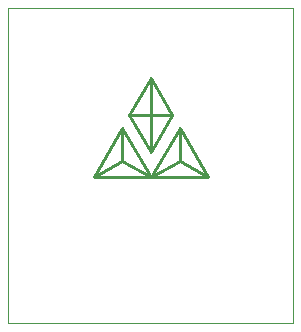
<source format=gto>
%TF.GenerationSoftware,KiCad,Pcbnew,(5.1.9)-1*%
%TF.CreationDate,2021-12-11T15:05:51-08:00*%
%TF.ProjectId,VN-100Breakout,564e2d31-3030-4427-9265-616b6f75742e,rev?*%
%TF.SameCoordinates,Original*%
%TF.FileFunction,Legend,Top*%
%TF.FilePolarity,Positive*%
%FSLAX46Y46*%
G04 Gerber Fmt 4.6, Leading zero omitted, Abs format (unit mm)*
G04 Created by KiCad (PCBNEW (5.1.9)-1) date 2021-12-11 15:05:51*
%MOMM*%
%LPD*%
G01*
G04 APERTURE LIST*
%ADD10C,0.281250*%
%ADD11C,0.120000*%
%ADD12R,2.540000X1.143000*%
%ADD13R,1.143000X2.540000*%
%ADD14C,4.000000*%
%ADD15C,1.524000*%
G04 APERTURE END LIST*
D10*
X148867813Y-98725037D02*
X151272876Y-94548325D01*
X155529258Y-93471553D02*
X153710764Y-96643825D01*
X153711275Y-98724442D02*
X158554737Y-98723846D01*
X156148648Y-94547726D02*
X153711275Y-98724442D01*
X158554737Y-98723846D02*
X156148648Y-94547726D01*
X153711275Y-98724442D02*
X148867813Y-98725037D01*
X153709219Y-90357326D02*
X155529258Y-93471553D01*
X151892000Y-93472000D02*
X153711275Y-96643824D01*
X151272876Y-94548325D02*
X153711275Y-98724442D01*
X153711275Y-90357326D02*
X151892000Y-93472000D01*
X156148648Y-94547726D02*
X156148991Y-97339324D01*
X151273219Y-97339923D02*
X148867813Y-98725037D01*
X153709219Y-90357326D02*
X153711275Y-96643824D01*
X151272876Y-94548325D02*
X151273219Y-97339923D01*
X156148991Y-97339324D02*
X153711275Y-98724442D01*
X156148991Y-97339324D02*
X158554737Y-98723846D01*
X151273219Y-97339923D02*
X153711275Y-98724442D01*
X151892000Y-93472000D02*
X155529258Y-93471553D01*
D11*
%TO.C,U2*%
X141605000Y-84455000D02*
X165735000Y-84455000D01*
X165735000Y-84455000D02*
X165735000Y-111125000D01*
X165735000Y-111125000D02*
X141605000Y-111125000D01*
X141605000Y-111125000D02*
X141605000Y-84455000D01*
%TD*%
%LPC*%
D12*
%TO.C,U2*%
X143383000Y-88900000D03*
X163957000Y-88900000D03*
X163957000Y-106680000D03*
X163957000Y-104140000D03*
X163957000Y-101600000D03*
X163957000Y-99060000D03*
X163957000Y-96520000D03*
X163957000Y-93980000D03*
X143383000Y-104140000D03*
X143383000Y-106680000D03*
X143383000Y-101600000D03*
X143383000Y-99060000D03*
X143383000Y-96520000D03*
X143383000Y-93980000D03*
X143383000Y-91440000D03*
X163957000Y-91440000D03*
D13*
X146050000Y-109093000D03*
X148590000Y-109093000D03*
X151130000Y-109093000D03*
X153670000Y-109093000D03*
X156210000Y-109093000D03*
X158750000Y-109093000D03*
X146050000Y-86487000D03*
X148590000Y-86487000D03*
X151130000Y-86487000D03*
X153670000Y-86487000D03*
X156210000Y-86487000D03*
X158750000Y-86487000D03*
X161290000Y-109093000D03*
X161290000Y-86487000D03*
%TD*%
D14*
%TO.C,U1*%
X138430000Y-111760000D03*
X168910000Y-111760000D03*
X168910000Y-83820000D03*
X138430000Y-83820000D03*
D15*
X168910000Y-99060000D03*
X168910000Y-101600000D03*
X168910000Y-104140000D03*
X168910000Y-106680000D03*
X168910000Y-96520000D03*
X168910000Y-93980000D03*
X168910000Y-91440000D03*
X168910000Y-88900000D03*
X138430000Y-88900000D03*
X138430000Y-106680000D03*
X138430000Y-99060000D03*
X138430000Y-91440000D03*
X138430000Y-93980000D03*
X138430000Y-104140000D03*
X138430000Y-101600000D03*
X138430000Y-96520000D03*
%TD*%
M02*

</source>
